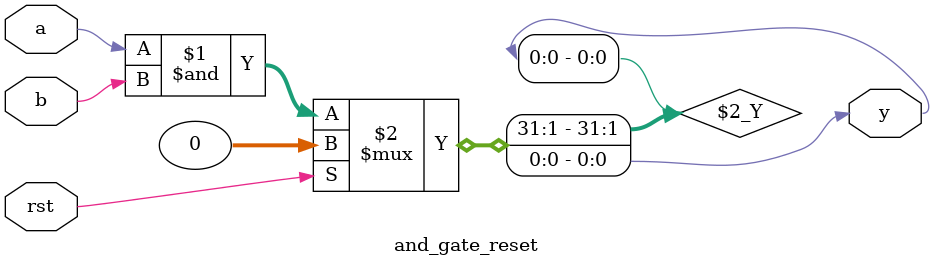
<source format=sv>
module and_gate_reset (
    input wire a,      // Input A
    input wire b,      // Input B
    input wire rst,    // Reset signal
    output wire y      // Output Y
);
    assign y = (rst) ? 0 : (a & b);  // AND operation with reset
endmodule

</source>
